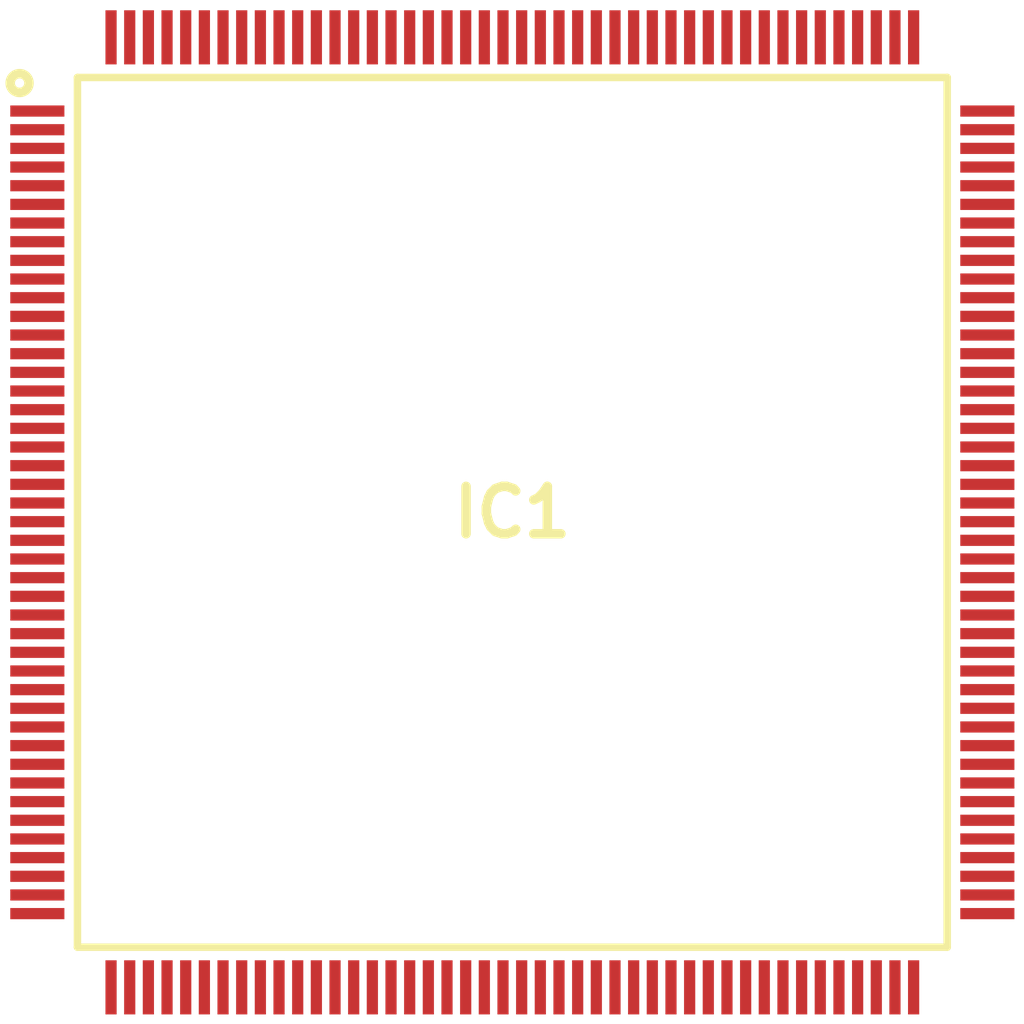
<source format=kicad_pcb>
(kicad_pcb (version 20171130) (host pcbnew "(5.1.10)-1")

  (general
    (thickness 1.6)
    (drawings 0)
    (tracks 0)
    (zones 0)
    (modules 1)
    (nets 177)
  )

  (page A4)
  (layers
    (0 F.Cu signal)
    (31 B.Cu signal)
    (32 B.Adhes user)
    (33 F.Adhes user)
    (34 B.Paste user)
    (35 F.Paste user)
    (36 B.SilkS user)
    (37 F.SilkS user)
    (38 B.Mask user)
    (39 F.Mask user)
    (40 Dwgs.User user)
    (41 Cmts.User user)
    (42 Eco1.User user)
    (43 Eco2.User user)
    (44 Edge.Cuts user)
    (45 Margin user)
    (46 B.CrtYd user)
    (47 F.CrtYd user)
    (48 B.Fab user)
    (49 F.Fab user)
  )

  (setup
    (last_trace_width 0.25)
    (trace_clearance 0.2)
    (zone_clearance 0.508)
    (zone_45_only no)
    (trace_min 0.2)
    (via_size 0.8)
    (via_drill 0.4)
    (via_min_size 0.4)
    (via_min_drill 0.3)
    (uvia_size 0.3)
    (uvia_drill 0.1)
    (uvias_allowed no)
    (uvia_min_size 0.2)
    (uvia_min_drill 0.1)
    (edge_width 0.05)
    (segment_width 0.2)
    (pcb_text_width 0.3)
    (pcb_text_size 1.5 1.5)
    (mod_edge_width 0.12)
    (mod_text_size 1 1)
    (mod_text_width 0.15)
    (pad_size 1.524 1.524)
    (pad_drill 0.762)
    (pad_to_mask_clearance 0)
    (aux_axis_origin 0 0)
    (visible_elements FFFFFF7F)
    (pcbplotparams
      (layerselection 0x010fc_ffffffff)
      (usegerberextensions false)
      (usegerberattributes true)
      (usegerberadvancedattributes true)
      (creategerberjobfile true)
      (excludeedgelayer true)
      (linewidth 0.100000)
      (plotframeref false)
      (viasonmask false)
      (mode 1)
      (useauxorigin false)
      (hpglpennumber 1)
      (hpglpenspeed 20)
      (hpglpendiameter 15.000000)
      (psnegative false)
      (psa4output false)
      (plotreference true)
      (plotvalue true)
      (plotinvisibletext false)
      (padsonsilk false)
      (subtractmaskfromsilk false)
      (outputformat 1)
      (mirror false)
      (drillshape 1)
      (scaleselection 1)
      (outputdirectory ""))
  )

  (net 0 "")
  (net 1 "Net-(IC1-Pad176)")
  (net 2 "Net-(IC1-Pad175)")
  (net 3 "Net-(IC1-Pad174)")
  (net 4 "Net-(IC1-Pad173)")
  (net 5 "Net-(IC1-Pad172)")
  (net 6 "Net-(IC1-Pad171)")
  (net 7 "Net-(IC1-Pad170)")
  (net 8 "Net-(IC1-Pad169)")
  (net 9 "Net-(IC1-Pad168)")
  (net 10 "Net-(IC1-Pad167)")
  (net 11 "Net-(IC1-Pad166)")
  (net 12 "Net-(IC1-Pad165)")
  (net 13 "Net-(IC1-Pad164)")
  (net 14 "Net-(IC1-Pad163)")
  (net 15 "Net-(IC1-Pad162)")
  (net 16 "Net-(IC1-Pad161)")
  (net 17 "Net-(IC1-Pad160)")
  (net 18 "Net-(IC1-Pad159)")
  (net 19 "Net-(IC1-Pad158)")
  (net 20 "Net-(IC1-Pad157)")
  (net 21 "Net-(IC1-Pad156)")
  (net 22 "Net-(IC1-Pad155)")
  (net 23 "Net-(IC1-Pad154)")
  (net 24 "Net-(IC1-Pad153)")
  (net 25 "Net-(IC1-Pad152)")
  (net 26 "Net-(IC1-Pad151)")
  (net 27 "Net-(IC1-Pad150)")
  (net 28 "Net-(IC1-Pad149)")
  (net 29 "Net-(IC1-Pad148)")
  (net 30 "Net-(IC1-Pad147)")
  (net 31 "Net-(IC1-Pad146)")
  (net 32 "Net-(IC1-Pad145)")
  (net 33 "Net-(IC1-Pad144)")
  (net 34 "Net-(IC1-Pad143)")
  (net 35 "Net-(IC1-Pad142)")
  (net 36 "Net-(IC1-Pad141)")
  (net 37 "Net-(IC1-Pad140)")
  (net 38 "Net-(IC1-Pad139)")
  (net 39 "Net-(IC1-Pad138)")
  (net 40 "Net-(IC1-Pad137)")
  (net 41 "Net-(IC1-Pad136)")
  (net 42 "Net-(IC1-Pad135)")
  (net 43 "Net-(IC1-Pad134)")
  (net 44 "Net-(IC1-Pad133)")
  (net 45 "Net-(IC1-Pad132)")
  (net 46 "Net-(IC1-Pad131)")
  (net 47 "Net-(IC1-Pad130)")
  (net 48 "Net-(IC1-Pad129)")
  (net 49 "Net-(IC1-Pad128)")
  (net 50 "Net-(IC1-Pad127)")
  (net 51 "Net-(IC1-Pad126)")
  (net 52 "Net-(IC1-Pad125)")
  (net 53 "Net-(IC1-Pad124)")
  (net 54 "Net-(IC1-Pad123)")
  (net 55 "Net-(IC1-Pad122)")
  (net 56 "Net-(IC1-Pad121)")
  (net 57 "Net-(IC1-Pad120)")
  (net 58 "Net-(IC1-Pad119)")
  (net 59 "Net-(IC1-Pad118)")
  (net 60 "Net-(IC1-Pad117)")
  (net 61 "Net-(IC1-Pad116)")
  (net 62 "Net-(IC1-Pad115)")
  (net 63 "Net-(IC1-Pad114)")
  (net 64 "Net-(IC1-Pad113)")
  (net 65 "Net-(IC1-Pad112)")
  (net 66 "Net-(IC1-Pad111)")
  (net 67 "Net-(IC1-Pad110)")
  (net 68 "Net-(IC1-Pad109)")
  (net 69 "Net-(IC1-Pad108)")
  (net 70 "Net-(IC1-Pad107)")
  (net 71 "Net-(IC1-Pad106)")
  (net 72 "Net-(IC1-Pad105)")
  (net 73 "Net-(IC1-Pad104)")
  (net 74 "Net-(IC1-Pad103)")
  (net 75 "Net-(IC1-Pad102)")
  (net 76 "Net-(IC1-Pad101)")
  (net 77 "Net-(IC1-Pad100)")
  (net 78 "Net-(IC1-Pad99)")
  (net 79 "Net-(IC1-Pad98)")
  (net 80 "Net-(IC1-Pad97)")
  (net 81 "Net-(IC1-Pad96)")
  (net 82 "Net-(IC1-Pad95)")
  (net 83 "Net-(IC1-Pad94)")
  (net 84 "Net-(IC1-Pad93)")
  (net 85 "Net-(IC1-Pad92)")
  (net 86 "Net-(IC1-Pad91)")
  (net 87 "Net-(IC1-Pad90)")
  (net 88 "Net-(IC1-Pad89)")
  (net 89 "Net-(IC1-Pad88)")
  (net 90 "Net-(IC1-Pad87)")
  (net 91 "Net-(IC1-Pad86)")
  (net 92 "Net-(IC1-Pad85)")
  (net 93 "Net-(IC1-Pad84)")
  (net 94 "Net-(IC1-Pad83)")
  (net 95 "Net-(IC1-Pad82)")
  (net 96 "Net-(IC1-Pad81)")
  (net 97 "Net-(IC1-Pad80)")
  (net 98 "Net-(IC1-Pad79)")
  (net 99 "Net-(IC1-Pad78)")
  (net 100 "Net-(IC1-Pad77)")
  (net 101 "Net-(IC1-Pad76)")
  (net 102 "Net-(IC1-Pad75)")
  (net 103 "Net-(IC1-Pad74)")
  (net 104 "Net-(IC1-Pad73)")
  (net 105 "Net-(IC1-Pad72)")
  (net 106 "Net-(IC1-Pad71)")
  (net 107 "Net-(IC1-Pad70)")
  (net 108 "Net-(IC1-Pad69)")
  (net 109 "Net-(IC1-Pad68)")
  (net 110 "Net-(IC1-Pad67)")
  (net 111 "Net-(IC1-Pad66)")
  (net 112 "Net-(IC1-Pad65)")
  (net 113 "Net-(IC1-Pad64)")
  (net 114 "Net-(IC1-Pad63)")
  (net 115 "Net-(IC1-Pad62)")
  (net 116 "Net-(IC1-Pad61)")
  (net 117 "Net-(IC1-Pad60)")
  (net 118 "Net-(IC1-Pad59)")
  (net 119 "Net-(IC1-Pad58)")
  (net 120 "Net-(IC1-Pad57)")
  (net 121 "Net-(IC1-Pad56)")
  (net 122 "Net-(IC1-Pad55)")
  (net 123 "Net-(IC1-Pad54)")
  (net 124 "Net-(IC1-Pad53)")
  (net 125 "Net-(IC1-Pad52)")
  (net 126 "Net-(IC1-Pad51)")
  (net 127 "Net-(IC1-Pad50)")
  (net 128 "Net-(IC1-Pad49)")
  (net 129 "Net-(IC1-Pad48)")
  (net 130 "Net-(IC1-Pad47)")
  (net 131 "Net-(IC1-Pad46)")
  (net 132 "Net-(IC1-Pad45)")
  (net 133 "Net-(IC1-Pad44)")
  (net 134 "Net-(IC1-Pad43)")
  (net 135 "Net-(IC1-Pad42)")
  (net 136 "Net-(IC1-Pad41)")
  (net 137 "Net-(IC1-Pad40)")
  (net 138 "Net-(IC1-Pad39)")
  (net 139 "Net-(IC1-Pad38)")
  (net 140 "Net-(IC1-Pad37)")
  (net 141 "Net-(IC1-Pad36)")
  (net 142 "Net-(IC1-Pad35)")
  (net 143 "Net-(IC1-Pad34)")
  (net 144 "Net-(IC1-Pad33)")
  (net 145 "Net-(IC1-Pad32)")
  (net 146 "Net-(IC1-Pad31)")
  (net 147 "Net-(IC1-Pad30)")
  (net 148 "Net-(IC1-Pad29)")
  (net 149 "Net-(IC1-Pad28)")
  (net 150 "Net-(IC1-Pad27)")
  (net 151 "Net-(IC1-Pad26)")
  (net 152 "Net-(IC1-Pad25)")
  (net 153 "Net-(IC1-Pad24)")
  (net 154 "Net-(IC1-Pad23)")
  (net 155 "Net-(IC1-Pad22)")
  (net 156 "Net-(IC1-Pad21)")
  (net 157 "Net-(IC1-Pad20)")
  (net 158 "Net-(IC1-Pad19)")
  (net 159 "Net-(IC1-Pad18)")
  (net 160 "Net-(IC1-Pad17)")
  (net 161 "Net-(IC1-Pad16)")
  (net 162 "Net-(IC1-Pad15)")
  (net 163 "Net-(IC1-Pad14)")
  (net 164 "Net-(IC1-Pad13)")
  (net 165 "Net-(IC1-Pad12)")
  (net 166 "Net-(IC1-Pad11)")
  (net 167 "Net-(IC1-Pad10)")
  (net 168 "Net-(IC1-Pad9)")
  (net 169 "Net-(IC1-Pad8)")
  (net 170 "Net-(IC1-Pad7)")
  (net 171 "Net-(IC1-Pad6)")
  (net 172 "Net-(IC1-Pad5)")
  (net 173 "Net-(IC1-Pad4)")
  (net 174 "Net-(IC1-Pad3)")
  (net 175 "Net-(IC1-Pad2)")
  (net 176 "Net-(IC1-Pad1)")

  (net_class Default "This is the default net class."
    (clearance 0.2)
    (trace_width 0.25)
    (via_dia 0.8)
    (via_drill 0.4)
    (uvia_dia 0.3)
    (uvia_drill 0.1)
    (add_net "Net-(IC1-Pad1)")
    (add_net "Net-(IC1-Pad10)")
    (add_net "Net-(IC1-Pad100)")
    (add_net "Net-(IC1-Pad101)")
    (add_net "Net-(IC1-Pad102)")
    (add_net "Net-(IC1-Pad103)")
    (add_net "Net-(IC1-Pad104)")
    (add_net "Net-(IC1-Pad105)")
    (add_net "Net-(IC1-Pad106)")
    (add_net "Net-(IC1-Pad107)")
    (add_net "Net-(IC1-Pad108)")
    (add_net "Net-(IC1-Pad109)")
    (add_net "Net-(IC1-Pad11)")
    (add_net "Net-(IC1-Pad110)")
    (add_net "Net-(IC1-Pad111)")
    (add_net "Net-(IC1-Pad112)")
    (add_net "Net-(IC1-Pad113)")
    (add_net "Net-(IC1-Pad114)")
    (add_net "Net-(IC1-Pad115)")
    (add_net "Net-(IC1-Pad116)")
    (add_net "Net-(IC1-Pad117)")
    (add_net "Net-(IC1-Pad118)")
    (add_net "Net-(IC1-Pad119)")
    (add_net "Net-(IC1-Pad12)")
    (add_net "Net-(IC1-Pad120)")
    (add_net "Net-(IC1-Pad121)")
    (add_net "Net-(IC1-Pad122)")
    (add_net "Net-(IC1-Pad123)")
    (add_net "Net-(IC1-Pad124)")
    (add_net "Net-(IC1-Pad125)")
    (add_net "Net-(IC1-Pad126)")
    (add_net "Net-(IC1-Pad127)")
    (add_net "Net-(IC1-Pad128)")
    (add_net "Net-(IC1-Pad129)")
    (add_net "Net-(IC1-Pad13)")
    (add_net "Net-(IC1-Pad130)")
    (add_net "Net-(IC1-Pad131)")
    (add_net "Net-(IC1-Pad132)")
    (add_net "Net-(IC1-Pad133)")
    (add_net "Net-(IC1-Pad134)")
    (add_net "Net-(IC1-Pad135)")
    (add_net "Net-(IC1-Pad136)")
    (add_net "Net-(IC1-Pad137)")
    (add_net "Net-(IC1-Pad138)")
    (add_net "Net-(IC1-Pad139)")
    (add_net "Net-(IC1-Pad14)")
    (add_net "Net-(IC1-Pad140)")
    (add_net "Net-(IC1-Pad141)")
    (add_net "Net-(IC1-Pad142)")
    (add_net "Net-(IC1-Pad143)")
    (add_net "Net-(IC1-Pad144)")
    (add_net "Net-(IC1-Pad145)")
    (add_net "Net-(IC1-Pad146)")
    (add_net "Net-(IC1-Pad147)")
    (add_net "Net-(IC1-Pad148)")
    (add_net "Net-(IC1-Pad149)")
    (add_net "Net-(IC1-Pad15)")
    (add_net "Net-(IC1-Pad150)")
    (add_net "Net-(IC1-Pad151)")
    (add_net "Net-(IC1-Pad152)")
    (add_net "Net-(IC1-Pad153)")
    (add_net "Net-(IC1-Pad154)")
    (add_net "Net-(IC1-Pad155)")
    (add_net "Net-(IC1-Pad156)")
    (add_net "Net-(IC1-Pad157)")
    (add_net "Net-(IC1-Pad158)")
    (add_net "Net-(IC1-Pad159)")
    (add_net "Net-(IC1-Pad16)")
    (add_net "Net-(IC1-Pad160)")
    (add_net "Net-(IC1-Pad161)")
    (add_net "Net-(IC1-Pad162)")
    (add_net "Net-(IC1-Pad163)")
    (add_net "Net-(IC1-Pad164)")
    (add_net "Net-(IC1-Pad165)")
    (add_net "Net-(IC1-Pad166)")
    (add_net "Net-(IC1-Pad167)")
    (add_net "Net-(IC1-Pad168)")
    (add_net "Net-(IC1-Pad169)")
    (add_net "Net-(IC1-Pad17)")
    (add_net "Net-(IC1-Pad170)")
    (add_net "Net-(IC1-Pad171)")
    (add_net "Net-(IC1-Pad172)")
    (add_net "Net-(IC1-Pad173)")
    (add_net "Net-(IC1-Pad174)")
    (add_net "Net-(IC1-Pad175)")
    (add_net "Net-(IC1-Pad176)")
    (add_net "Net-(IC1-Pad18)")
    (add_net "Net-(IC1-Pad19)")
    (add_net "Net-(IC1-Pad2)")
    (add_net "Net-(IC1-Pad20)")
    (add_net "Net-(IC1-Pad21)")
    (add_net "Net-(IC1-Pad22)")
    (add_net "Net-(IC1-Pad23)")
    (add_net "Net-(IC1-Pad24)")
    (add_net "Net-(IC1-Pad25)")
    (add_net "Net-(IC1-Pad26)")
    (add_net "Net-(IC1-Pad27)")
    (add_net "Net-(IC1-Pad28)")
    (add_net "Net-(IC1-Pad29)")
    (add_net "Net-(IC1-Pad3)")
    (add_net "Net-(IC1-Pad30)")
    (add_net "Net-(IC1-Pad31)")
    (add_net "Net-(IC1-Pad32)")
    (add_net "Net-(IC1-Pad33)")
    (add_net "Net-(IC1-Pad34)")
    (add_net "Net-(IC1-Pad35)")
    (add_net "Net-(IC1-Pad36)")
    (add_net "Net-(IC1-Pad37)")
    (add_net "Net-(IC1-Pad38)")
    (add_net "Net-(IC1-Pad39)")
    (add_net "Net-(IC1-Pad4)")
    (add_net "Net-(IC1-Pad40)")
    (add_net "Net-(IC1-Pad41)")
    (add_net "Net-(IC1-Pad42)")
    (add_net "Net-(IC1-Pad43)")
    (add_net "Net-(IC1-Pad44)")
    (add_net "Net-(IC1-Pad45)")
    (add_net "Net-(IC1-Pad46)")
    (add_net "Net-(IC1-Pad47)")
    (add_net "Net-(IC1-Pad48)")
    (add_net "Net-(IC1-Pad49)")
    (add_net "Net-(IC1-Pad5)")
    (add_net "Net-(IC1-Pad50)")
    (add_net "Net-(IC1-Pad51)")
    (add_net "Net-(IC1-Pad52)")
    (add_net "Net-(IC1-Pad53)")
    (add_net "Net-(IC1-Pad54)")
    (add_net "Net-(IC1-Pad55)")
    (add_net "Net-(IC1-Pad56)")
    (add_net "Net-(IC1-Pad57)")
    (add_net "Net-(IC1-Pad58)")
    (add_net "Net-(IC1-Pad59)")
    (add_net "Net-(IC1-Pad6)")
    (add_net "Net-(IC1-Pad60)")
    (add_net "Net-(IC1-Pad61)")
    (add_net "Net-(IC1-Pad62)")
    (add_net "Net-(IC1-Pad63)")
    (add_net "Net-(IC1-Pad64)")
    (add_net "Net-(IC1-Pad65)")
    (add_net "Net-(IC1-Pad66)")
    (add_net "Net-(IC1-Pad67)")
    (add_net "Net-(IC1-Pad68)")
    (add_net "Net-(IC1-Pad69)")
    (add_net "Net-(IC1-Pad7)")
    (add_net "Net-(IC1-Pad70)")
    (add_net "Net-(IC1-Pad71)")
    (add_net "Net-(IC1-Pad72)")
    (add_net "Net-(IC1-Pad73)")
    (add_net "Net-(IC1-Pad74)")
    (add_net "Net-(IC1-Pad75)")
    (add_net "Net-(IC1-Pad76)")
    (add_net "Net-(IC1-Pad77)")
    (add_net "Net-(IC1-Pad78)")
    (add_net "Net-(IC1-Pad79)")
    (add_net "Net-(IC1-Pad8)")
    (add_net "Net-(IC1-Pad80)")
    (add_net "Net-(IC1-Pad81)")
    (add_net "Net-(IC1-Pad82)")
    (add_net "Net-(IC1-Pad83)")
    (add_net "Net-(IC1-Pad84)")
    (add_net "Net-(IC1-Pad85)")
    (add_net "Net-(IC1-Pad86)")
    (add_net "Net-(IC1-Pad87)")
    (add_net "Net-(IC1-Pad88)")
    (add_net "Net-(IC1-Pad89)")
    (add_net "Net-(IC1-Pad9)")
    (add_net "Net-(IC1-Pad90)")
    (add_net "Net-(IC1-Pad91)")
    (add_net "Net-(IC1-Pad92)")
    (add_net "Net-(IC1-Pad93)")
    (add_net "Net-(IC1-Pad94)")
    (add_net "Net-(IC1-Pad95)")
    (add_net "Net-(IC1-Pad96)")
    (add_net "Net-(IC1-Pad97)")
    (add_net "Net-(IC1-Pad98)")
    (add_net "Net-(IC1-Pad99)")
  )

  (module STM32H747IGT6:QFP50P2600X2600X160-176N (layer F.Cu) (tedit 612BE369) (tstamp 612C43F0)
    (at 97.917 74.93)
    (descr LQFP176)
    (tags "Integrated Circuit")
    (path /612BE771)
    (attr smd)
    (fp_text reference IC1 (at 0 0) (layer F.SilkS)
      (effects (font (size 1.27 1.27) (thickness 0.254)))
    )
    (fp_text value STM32H747IGT6 (at 0 0) (layer F.SilkS) hide
      (effects (font (size 1.27 1.27) (thickness 0.254)))
    )
    (fp_circle (center -13.2 -11.5) (end -13.325 -11.5) (layer F.SilkS) (width 0.254))
    (fp_line (start -11.65 11.65) (end -11.65 -11.65) (layer F.SilkS) (width 0.2))
    (fp_line (start 11.65 11.65) (end -11.65 11.65) (layer F.SilkS) (width 0.2))
    (fp_line (start 11.65 -11.65) (end 11.65 11.65) (layer F.SilkS) (width 0.2))
    (fp_line (start -11.65 -11.65) (end 11.65 -11.65) (layer F.SilkS) (width 0.2))
    (fp_line (start -12 -11.5) (end -11.5 -12) (layer Dwgs.User) (width 0.1))
    (fp_line (start -12 12) (end -12 -12) (layer Dwgs.User) (width 0.1))
    (fp_line (start 12 12) (end -12 12) (layer Dwgs.User) (width 0.1))
    (fp_line (start 12 -12) (end 12 12) (layer Dwgs.User) (width 0.1))
    (fp_line (start -12 -12) (end 12 -12) (layer Dwgs.User) (width 0.1))
    (fp_line (start -13.7 13.7) (end -13.7 -13.7) (layer Dwgs.User) (width 0.05))
    (fp_line (start 13.7 13.7) (end -13.7 13.7) (layer Dwgs.User) (width 0.05))
    (fp_line (start 13.7 -13.7) (end 13.7 13.7) (layer Dwgs.User) (width 0.05))
    (fp_line (start -13.7 -13.7) (end 13.7 -13.7) (layer Dwgs.User) (width 0.05))
    (pad 176 smd rect (at -10.75 -12.725) (size 0.3 1.45) (layers F.Cu F.Paste F.Mask)
      (net 1 "Net-(IC1-Pad176)"))
    (pad 175 smd rect (at -10.25 -12.725) (size 0.3 1.45) (layers F.Cu F.Paste F.Mask)
      (net 2 "Net-(IC1-Pad175)"))
    (pad 174 smd rect (at -9.75 -12.725) (size 0.3 1.45) (layers F.Cu F.Paste F.Mask)
      (net 3 "Net-(IC1-Pad174)"))
    (pad 173 smd rect (at -9.25 -12.725) (size 0.3 1.45) (layers F.Cu F.Paste F.Mask)
      (net 4 "Net-(IC1-Pad173)"))
    (pad 172 smd rect (at -8.75 -12.725) (size 0.3 1.45) (layers F.Cu F.Paste F.Mask)
      (net 5 "Net-(IC1-Pad172)"))
    (pad 171 smd rect (at -8.25 -12.725) (size 0.3 1.45) (layers F.Cu F.Paste F.Mask)
      (net 6 "Net-(IC1-Pad171)"))
    (pad 170 smd rect (at -7.75 -12.725) (size 0.3 1.45) (layers F.Cu F.Paste F.Mask)
      (net 7 "Net-(IC1-Pad170)"))
    (pad 169 smd rect (at -7.25 -12.725) (size 0.3 1.45) (layers F.Cu F.Paste F.Mask)
      (net 8 "Net-(IC1-Pad169)"))
    (pad 168 smd rect (at -6.75 -12.725) (size 0.3 1.45) (layers F.Cu F.Paste F.Mask)
      (net 9 "Net-(IC1-Pad168)"))
    (pad 167 smd rect (at -6.25 -12.725) (size 0.3 1.45) (layers F.Cu F.Paste F.Mask)
      (net 10 "Net-(IC1-Pad167)"))
    (pad 166 smd rect (at -5.75 -12.725) (size 0.3 1.45) (layers F.Cu F.Paste F.Mask)
      (net 11 "Net-(IC1-Pad166)"))
    (pad 165 smd rect (at -5.25 -12.725) (size 0.3 1.45) (layers F.Cu F.Paste F.Mask)
      (net 12 "Net-(IC1-Pad165)"))
    (pad 164 smd rect (at -4.75 -12.725) (size 0.3 1.45) (layers F.Cu F.Paste F.Mask)
      (net 13 "Net-(IC1-Pad164)"))
    (pad 163 smd rect (at -4.25 -12.725) (size 0.3 1.45) (layers F.Cu F.Paste F.Mask)
      (net 14 "Net-(IC1-Pad163)"))
    (pad 162 smd rect (at -3.75 -12.725) (size 0.3 1.45) (layers F.Cu F.Paste F.Mask)
      (net 15 "Net-(IC1-Pad162)"))
    (pad 161 smd rect (at -3.25 -12.725) (size 0.3 1.45) (layers F.Cu F.Paste F.Mask)
      (net 16 "Net-(IC1-Pad161)"))
    (pad 160 smd rect (at -2.75 -12.725) (size 0.3 1.45) (layers F.Cu F.Paste F.Mask)
      (net 17 "Net-(IC1-Pad160)"))
    (pad 159 smd rect (at -2.25 -12.725) (size 0.3 1.45) (layers F.Cu F.Paste F.Mask)
      (net 18 "Net-(IC1-Pad159)"))
    (pad 158 smd rect (at -1.75 -12.725) (size 0.3 1.45) (layers F.Cu F.Paste F.Mask)
      (net 19 "Net-(IC1-Pad158)"))
    (pad 157 smd rect (at -1.25 -12.725) (size 0.3 1.45) (layers F.Cu F.Paste F.Mask)
      (net 20 "Net-(IC1-Pad157)"))
    (pad 156 smd rect (at -0.75 -12.725) (size 0.3 1.45) (layers F.Cu F.Paste F.Mask)
      (net 21 "Net-(IC1-Pad156)"))
    (pad 155 smd rect (at -0.25 -12.725) (size 0.3 1.45) (layers F.Cu F.Paste F.Mask)
      (net 22 "Net-(IC1-Pad155)"))
    (pad 154 smd rect (at 0.25 -12.725) (size 0.3 1.45) (layers F.Cu F.Paste F.Mask)
      (net 23 "Net-(IC1-Pad154)"))
    (pad 153 smd rect (at 0.75 -12.725) (size 0.3 1.45) (layers F.Cu F.Paste F.Mask)
      (net 24 "Net-(IC1-Pad153)"))
    (pad 152 smd rect (at 1.25 -12.725) (size 0.3 1.45) (layers F.Cu F.Paste F.Mask)
      (net 25 "Net-(IC1-Pad152)"))
    (pad 151 smd rect (at 1.75 -12.725) (size 0.3 1.45) (layers F.Cu F.Paste F.Mask)
      (net 26 "Net-(IC1-Pad151)"))
    (pad 150 smd rect (at 2.25 -12.725) (size 0.3 1.45) (layers F.Cu F.Paste F.Mask)
      (net 27 "Net-(IC1-Pad150)"))
    (pad 149 smd rect (at 2.75 -12.725) (size 0.3 1.45) (layers F.Cu F.Paste F.Mask)
      (net 28 "Net-(IC1-Pad149)"))
    (pad 148 smd rect (at 3.25 -12.725) (size 0.3 1.45) (layers F.Cu F.Paste F.Mask)
      (net 29 "Net-(IC1-Pad148)"))
    (pad 147 smd rect (at 3.75 -12.725) (size 0.3 1.45) (layers F.Cu F.Paste F.Mask)
      (net 30 "Net-(IC1-Pad147)"))
    (pad 146 smd rect (at 4.25 -12.725) (size 0.3 1.45) (layers F.Cu F.Paste F.Mask)
      (net 31 "Net-(IC1-Pad146)"))
    (pad 145 smd rect (at 4.75 -12.725) (size 0.3 1.45) (layers F.Cu F.Paste F.Mask)
      (net 32 "Net-(IC1-Pad145)"))
    (pad 144 smd rect (at 5.25 -12.725) (size 0.3 1.45) (layers F.Cu F.Paste F.Mask)
      (net 33 "Net-(IC1-Pad144)"))
    (pad 143 smd rect (at 5.75 -12.725) (size 0.3 1.45) (layers F.Cu F.Paste F.Mask)
      (net 34 "Net-(IC1-Pad143)"))
    (pad 142 smd rect (at 6.25 -12.725) (size 0.3 1.45) (layers F.Cu F.Paste F.Mask)
      (net 35 "Net-(IC1-Pad142)"))
    (pad 141 smd rect (at 6.75 -12.725) (size 0.3 1.45) (layers F.Cu F.Paste F.Mask)
      (net 36 "Net-(IC1-Pad141)"))
    (pad 140 smd rect (at 7.25 -12.725) (size 0.3 1.45) (layers F.Cu F.Paste F.Mask)
      (net 37 "Net-(IC1-Pad140)"))
    (pad 139 smd rect (at 7.75 -12.725) (size 0.3 1.45) (layers F.Cu F.Paste F.Mask)
      (net 38 "Net-(IC1-Pad139)"))
    (pad 138 smd rect (at 8.25 -12.725) (size 0.3 1.45) (layers F.Cu F.Paste F.Mask)
      (net 39 "Net-(IC1-Pad138)"))
    (pad 137 smd rect (at 8.75 -12.725) (size 0.3 1.45) (layers F.Cu F.Paste F.Mask)
      (net 40 "Net-(IC1-Pad137)"))
    (pad 136 smd rect (at 9.25 -12.725) (size 0.3 1.45) (layers F.Cu F.Paste F.Mask)
      (net 41 "Net-(IC1-Pad136)"))
    (pad 135 smd rect (at 9.75 -12.725) (size 0.3 1.45) (layers F.Cu F.Paste F.Mask)
      (net 42 "Net-(IC1-Pad135)"))
    (pad 134 smd rect (at 10.25 -12.725) (size 0.3 1.45) (layers F.Cu F.Paste F.Mask)
      (net 43 "Net-(IC1-Pad134)"))
    (pad 133 smd rect (at 10.75 -12.725) (size 0.3 1.45) (layers F.Cu F.Paste F.Mask)
      (net 44 "Net-(IC1-Pad133)"))
    (pad 132 smd rect (at 12.725 -10.75 90) (size 0.3 1.45) (layers F.Cu F.Paste F.Mask)
      (net 45 "Net-(IC1-Pad132)"))
    (pad 131 smd rect (at 12.725 -10.25 90) (size 0.3 1.45) (layers F.Cu F.Paste F.Mask)
      (net 46 "Net-(IC1-Pad131)"))
    (pad 130 smd rect (at 12.725 -9.75 90) (size 0.3 1.45) (layers F.Cu F.Paste F.Mask)
      (net 47 "Net-(IC1-Pad130)"))
    (pad 129 smd rect (at 12.725 -9.25 90) (size 0.3 1.45) (layers F.Cu F.Paste F.Mask)
      (net 48 "Net-(IC1-Pad129)"))
    (pad 128 smd rect (at 12.725 -8.75 90) (size 0.3 1.45) (layers F.Cu F.Paste F.Mask)
      (net 49 "Net-(IC1-Pad128)"))
    (pad 127 smd rect (at 12.725 -8.25 90) (size 0.3 1.45) (layers F.Cu F.Paste F.Mask)
      (net 50 "Net-(IC1-Pad127)"))
    (pad 126 smd rect (at 12.725 -7.75 90) (size 0.3 1.45) (layers F.Cu F.Paste F.Mask)
      (net 51 "Net-(IC1-Pad126)"))
    (pad 125 smd rect (at 12.725 -7.25 90) (size 0.3 1.45) (layers F.Cu F.Paste F.Mask)
      (net 52 "Net-(IC1-Pad125)"))
    (pad 124 smd rect (at 12.725 -6.75 90) (size 0.3 1.45) (layers F.Cu F.Paste F.Mask)
      (net 53 "Net-(IC1-Pad124)"))
    (pad 123 smd rect (at 12.725 -6.25 90) (size 0.3 1.45) (layers F.Cu F.Paste F.Mask)
      (net 54 "Net-(IC1-Pad123)"))
    (pad 122 smd rect (at 12.725 -5.75 90) (size 0.3 1.45) (layers F.Cu F.Paste F.Mask)
      (net 55 "Net-(IC1-Pad122)"))
    (pad 121 smd rect (at 12.725 -5.25 90) (size 0.3 1.45) (layers F.Cu F.Paste F.Mask)
      (net 56 "Net-(IC1-Pad121)"))
    (pad 120 smd rect (at 12.725 -4.75 90) (size 0.3 1.45) (layers F.Cu F.Paste F.Mask)
      (net 57 "Net-(IC1-Pad120)"))
    (pad 119 smd rect (at 12.725 -4.25 90) (size 0.3 1.45) (layers F.Cu F.Paste F.Mask)
      (net 58 "Net-(IC1-Pad119)"))
    (pad 118 smd rect (at 12.725 -3.75 90) (size 0.3 1.45) (layers F.Cu F.Paste F.Mask)
      (net 59 "Net-(IC1-Pad118)"))
    (pad 117 smd rect (at 12.725 -3.25 90) (size 0.3 1.45) (layers F.Cu F.Paste F.Mask)
      (net 60 "Net-(IC1-Pad117)"))
    (pad 116 smd rect (at 12.725 -2.75 90) (size 0.3 1.45) (layers F.Cu F.Paste F.Mask)
      (net 61 "Net-(IC1-Pad116)"))
    (pad 115 smd rect (at 12.725 -2.25 90) (size 0.3 1.45) (layers F.Cu F.Paste F.Mask)
      (net 62 "Net-(IC1-Pad115)"))
    (pad 114 smd rect (at 12.725 -1.75 90) (size 0.3 1.45) (layers F.Cu F.Paste F.Mask)
      (net 63 "Net-(IC1-Pad114)"))
    (pad 113 smd rect (at 12.725 -1.25 90) (size 0.3 1.45) (layers F.Cu F.Paste F.Mask)
      (net 64 "Net-(IC1-Pad113)"))
    (pad 112 smd rect (at 12.725 -0.75 90) (size 0.3 1.45) (layers F.Cu F.Paste F.Mask)
      (net 65 "Net-(IC1-Pad112)"))
    (pad 111 smd rect (at 12.725 -0.25 90) (size 0.3 1.45) (layers F.Cu F.Paste F.Mask)
      (net 66 "Net-(IC1-Pad111)"))
    (pad 110 smd rect (at 12.725 0.25 90) (size 0.3 1.45) (layers F.Cu F.Paste F.Mask)
      (net 67 "Net-(IC1-Pad110)"))
    (pad 109 smd rect (at 12.725 0.75 90) (size 0.3 1.45) (layers F.Cu F.Paste F.Mask)
      (net 68 "Net-(IC1-Pad109)"))
    (pad 108 smd rect (at 12.725 1.25 90) (size 0.3 1.45) (layers F.Cu F.Paste F.Mask)
      (net 69 "Net-(IC1-Pad108)"))
    (pad 107 smd rect (at 12.725 1.75 90) (size 0.3 1.45) (layers F.Cu F.Paste F.Mask)
      (net 70 "Net-(IC1-Pad107)"))
    (pad 106 smd rect (at 12.725 2.25 90) (size 0.3 1.45) (layers F.Cu F.Paste F.Mask)
      (net 71 "Net-(IC1-Pad106)"))
    (pad 105 smd rect (at 12.725 2.75 90) (size 0.3 1.45) (layers F.Cu F.Paste F.Mask)
      (net 72 "Net-(IC1-Pad105)"))
    (pad 104 smd rect (at 12.725 3.25 90) (size 0.3 1.45) (layers F.Cu F.Paste F.Mask)
      (net 73 "Net-(IC1-Pad104)"))
    (pad 103 smd rect (at 12.725 3.75 90) (size 0.3 1.45) (layers F.Cu F.Paste F.Mask)
      (net 74 "Net-(IC1-Pad103)"))
    (pad 102 smd rect (at 12.725 4.25 90) (size 0.3 1.45) (layers F.Cu F.Paste F.Mask)
      (net 75 "Net-(IC1-Pad102)"))
    (pad 101 smd rect (at 12.725 4.75 90) (size 0.3 1.45) (layers F.Cu F.Paste F.Mask)
      (net 76 "Net-(IC1-Pad101)"))
    (pad 100 smd rect (at 12.725 5.25 90) (size 0.3 1.45) (layers F.Cu F.Paste F.Mask)
      (net 77 "Net-(IC1-Pad100)"))
    (pad 99 smd rect (at 12.725 5.75 90) (size 0.3 1.45) (layers F.Cu F.Paste F.Mask)
      (net 78 "Net-(IC1-Pad99)"))
    (pad 98 smd rect (at 12.725 6.25 90) (size 0.3 1.45) (layers F.Cu F.Paste F.Mask)
      (net 79 "Net-(IC1-Pad98)"))
    (pad 97 smd rect (at 12.725 6.75 90) (size 0.3 1.45) (layers F.Cu F.Paste F.Mask)
      (net 80 "Net-(IC1-Pad97)"))
    (pad 96 smd rect (at 12.725 7.25 90) (size 0.3 1.45) (layers F.Cu F.Paste F.Mask)
      (net 81 "Net-(IC1-Pad96)"))
    (pad 95 smd rect (at 12.725 7.75 90) (size 0.3 1.45) (layers F.Cu F.Paste F.Mask)
      (net 82 "Net-(IC1-Pad95)"))
    (pad 94 smd rect (at 12.725 8.25 90) (size 0.3 1.45) (layers F.Cu F.Paste F.Mask)
      (net 83 "Net-(IC1-Pad94)"))
    (pad 93 smd rect (at 12.725 8.75 90) (size 0.3 1.45) (layers F.Cu F.Paste F.Mask)
      (net 84 "Net-(IC1-Pad93)"))
    (pad 92 smd rect (at 12.725 9.25 90) (size 0.3 1.45) (layers F.Cu F.Paste F.Mask)
      (net 85 "Net-(IC1-Pad92)"))
    (pad 91 smd rect (at 12.725 9.75 90) (size 0.3 1.45) (layers F.Cu F.Paste F.Mask)
      (net 86 "Net-(IC1-Pad91)"))
    (pad 90 smd rect (at 12.725 10.25 90) (size 0.3 1.45) (layers F.Cu F.Paste F.Mask)
      (net 87 "Net-(IC1-Pad90)"))
    (pad 89 smd rect (at 12.725 10.75 90) (size 0.3 1.45) (layers F.Cu F.Paste F.Mask)
      (net 88 "Net-(IC1-Pad89)"))
    (pad 88 smd rect (at 10.75 12.725) (size 0.3 1.45) (layers F.Cu F.Paste F.Mask)
      (net 89 "Net-(IC1-Pad88)"))
    (pad 87 smd rect (at 10.25 12.725) (size 0.3 1.45) (layers F.Cu F.Paste F.Mask)
      (net 90 "Net-(IC1-Pad87)"))
    (pad 86 smd rect (at 9.75 12.725) (size 0.3 1.45) (layers F.Cu F.Paste F.Mask)
      (net 91 "Net-(IC1-Pad86)"))
    (pad 85 smd rect (at 9.25 12.725) (size 0.3 1.45) (layers F.Cu F.Paste F.Mask)
      (net 92 "Net-(IC1-Pad85)"))
    (pad 84 smd rect (at 8.75 12.725) (size 0.3 1.45) (layers F.Cu F.Paste F.Mask)
      (net 93 "Net-(IC1-Pad84)"))
    (pad 83 smd rect (at 8.25 12.725) (size 0.3 1.45) (layers F.Cu F.Paste F.Mask)
      (net 94 "Net-(IC1-Pad83)"))
    (pad 82 smd rect (at 7.75 12.725) (size 0.3 1.45) (layers F.Cu F.Paste F.Mask)
      (net 95 "Net-(IC1-Pad82)"))
    (pad 81 smd rect (at 7.25 12.725) (size 0.3 1.45) (layers F.Cu F.Paste F.Mask)
      (net 96 "Net-(IC1-Pad81)"))
    (pad 80 smd rect (at 6.75 12.725) (size 0.3 1.45) (layers F.Cu F.Paste F.Mask)
      (net 97 "Net-(IC1-Pad80)"))
    (pad 79 smd rect (at 6.25 12.725) (size 0.3 1.45) (layers F.Cu F.Paste F.Mask)
      (net 98 "Net-(IC1-Pad79)"))
    (pad 78 smd rect (at 5.75 12.725) (size 0.3 1.45) (layers F.Cu F.Paste F.Mask)
      (net 99 "Net-(IC1-Pad78)"))
    (pad 77 smd rect (at 5.25 12.725) (size 0.3 1.45) (layers F.Cu F.Paste F.Mask)
      (net 100 "Net-(IC1-Pad77)"))
    (pad 76 smd rect (at 4.75 12.725) (size 0.3 1.45) (layers F.Cu F.Paste F.Mask)
      (net 101 "Net-(IC1-Pad76)"))
    (pad 75 smd rect (at 4.25 12.725) (size 0.3 1.45) (layers F.Cu F.Paste F.Mask)
      (net 102 "Net-(IC1-Pad75)"))
    (pad 74 smd rect (at 3.75 12.725) (size 0.3 1.45) (layers F.Cu F.Paste F.Mask)
      (net 103 "Net-(IC1-Pad74)"))
    (pad 73 smd rect (at 3.25 12.725) (size 0.3 1.45) (layers F.Cu F.Paste F.Mask)
      (net 104 "Net-(IC1-Pad73)"))
    (pad 72 smd rect (at 2.75 12.725) (size 0.3 1.45) (layers F.Cu F.Paste F.Mask)
      (net 105 "Net-(IC1-Pad72)"))
    (pad 71 smd rect (at 2.25 12.725) (size 0.3 1.45) (layers F.Cu F.Paste F.Mask)
      (net 106 "Net-(IC1-Pad71)"))
    (pad 70 smd rect (at 1.75 12.725) (size 0.3 1.45) (layers F.Cu F.Paste F.Mask)
      (net 107 "Net-(IC1-Pad70)"))
    (pad 69 smd rect (at 1.25 12.725) (size 0.3 1.45) (layers F.Cu F.Paste F.Mask)
      (net 108 "Net-(IC1-Pad69)"))
    (pad 68 smd rect (at 0.75 12.725) (size 0.3 1.45) (layers F.Cu F.Paste F.Mask)
      (net 109 "Net-(IC1-Pad68)"))
    (pad 67 smd rect (at 0.25 12.725) (size 0.3 1.45) (layers F.Cu F.Paste F.Mask)
      (net 110 "Net-(IC1-Pad67)"))
    (pad 66 smd rect (at -0.25 12.725) (size 0.3 1.45) (layers F.Cu F.Paste F.Mask)
      (net 111 "Net-(IC1-Pad66)"))
    (pad 65 smd rect (at -0.75 12.725) (size 0.3 1.45) (layers F.Cu F.Paste F.Mask)
      (net 112 "Net-(IC1-Pad65)"))
    (pad 64 smd rect (at -1.25 12.725) (size 0.3 1.45) (layers F.Cu F.Paste F.Mask)
      (net 113 "Net-(IC1-Pad64)"))
    (pad 63 smd rect (at -1.75 12.725) (size 0.3 1.45) (layers F.Cu F.Paste F.Mask)
      (net 114 "Net-(IC1-Pad63)"))
    (pad 62 smd rect (at -2.25 12.725) (size 0.3 1.45) (layers F.Cu F.Paste F.Mask)
      (net 115 "Net-(IC1-Pad62)"))
    (pad 61 smd rect (at -2.75 12.725) (size 0.3 1.45) (layers F.Cu F.Paste F.Mask)
      (net 116 "Net-(IC1-Pad61)"))
    (pad 60 smd rect (at -3.25 12.725) (size 0.3 1.45) (layers F.Cu F.Paste F.Mask)
      (net 117 "Net-(IC1-Pad60)"))
    (pad 59 smd rect (at -3.75 12.725) (size 0.3 1.45) (layers F.Cu F.Paste F.Mask)
      (net 118 "Net-(IC1-Pad59)"))
    (pad 58 smd rect (at -4.25 12.725) (size 0.3 1.45) (layers F.Cu F.Paste F.Mask)
      (net 119 "Net-(IC1-Pad58)"))
    (pad 57 smd rect (at -4.75 12.725) (size 0.3 1.45) (layers F.Cu F.Paste F.Mask)
      (net 120 "Net-(IC1-Pad57)"))
    (pad 56 smd rect (at -5.25 12.725) (size 0.3 1.45) (layers F.Cu F.Paste F.Mask)
      (net 121 "Net-(IC1-Pad56)"))
    (pad 55 smd rect (at -5.75 12.725) (size 0.3 1.45) (layers F.Cu F.Paste F.Mask)
      (net 122 "Net-(IC1-Pad55)"))
    (pad 54 smd rect (at -6.25 12.725) (size 0.3 1.45) (layers F.Cu F.Paste F.Mask)
      (net 123 "Net-(IC1-Pad54)"))
    (pad 53 smd rect (at -6.75 12.725) (size 0.3 1.45) (layers F.Cu F.Paste F.Mask)
      (net 124 "Net-(IC1-Pad53)"))
    (pad 52 smd rect (at -7.25 12.725) (size 0.3 1.45) (layers F.Cu F.Paste F.Mask)
      (net 125 "Net-(IC1-Pad52)"))
    (pad 51 smd rect (at -7.75 12.725) (size 0.3 1.45) (layers F.Cu F.Paste F.Mask)
      (net 126 "Net-(IC1-Pad51)"))
    (pad 50 smd rect (at -8.25 12.725) (size 0.3 1.45) (layers F.Cu F.Paste F.Mask)
      (net 127 "Net-(IC1-Pad50)"))
    (pad 49 smd rect (at -8.75 12.725) (size 0.3 1.45) (layers F.Cu F.Paste F.Mask)
      (net 128 "Net-(IC1-Pad49)"))
    (pad 48 smd rect (at -9.25 12.725) (size 0.3 1.45) (layers F.Cu F.Paste F.Mask)
      (net 129 "Net-(IC1-Pad48)"))
    (pad 47 smd rect (at -9.75 12.725) (size 0.3 1.45) (layers F.Cu F.Paste F.Mask)
      (net 130 "Net-(IC1-Pad47)"))
    (pad 46 smd rect (at -10.25 12.725) (size 0.3 1.45) (layers F.Cu F.Paste F.Mask)
      (net 131 "Net-(IC1-Pad46)"))
    (pad 45 smd rect (at -10.75 12.725) (size 0.3 1.45) (layers F.Cu F.Paste F.Mask)
      (net 132 "Net-(IC1-Pad45)"))
    (pad 44 smd rect (at -12.725 10.75 90) (size 0.3 1.45) (layers F.Cu F.Paste F.Mask)
      (net 133 "Net-(IC1-Pad44)"))
    (pad 43 smd rect (at -12.725 10.25 90) (size 0.3 1.45) (layers F.Cu F.Paste F.Mask)
      (net 134 "Net-(IC1-Pad43)"))
    (pad 42 smd rect (at -12.725 9.75 90) (size 0.3 1.45) (layers F.Cu F.Paste F.Mask)
      (net 135 "Net-(IC1-Pad42)"))
    (pad 41 smd rect (at -12.725 9.25 90) (size 0.3 1.45) (layers F.Cu F.Paste F.Mask)
      (net 136 "Net-(IC1-Pad41)"))
    (pad 40 smd rect (at -12.725 8.75 90) (size 0.3 1.45) (layers F.Cu F.Paste F.Mask)
      (net 137 "Net-(IC1-Pad40)"))
    (pad 39 smd rect (at -12.725 8.25 90) (size 0.3 1.45) (layers F.Cu F.Paste F.Mask)
      (net 138 "Net-(IC1-Pad39)"))
    (pad 38 smd rect (at -12.725 7.75 90) (size 0.3 1.45) (layers F.Cu F.Paste F.Mask)
      (net 139 "Net-(IC1-Pad38)"))
    (pad 37 smd rect (at -12.725 7.25 90) (size 0.3 1.45) (layers F.Cu F.Paste F.Mask)
      (net 140 "Net-(IC1-Pad37)"))
    (pad 36 smd rect (at -12.725 6.75 90) (size 0.3 1.45) (layers F.Cu F.Paste F.Mask)
      (net 141 "Net-(IC1-Pad36)"))
    (pad 35 smd rect (at -12.725 6.25 90) (size 0.3 1.45) (layers F.Cu F.Paste F.Mask)
      (net 142 "Net-(IC1-Pad35)"))
    (pad 34 smd rect (at -12.725 5.75 90) (size 0.3 1.45) (layers F.Cu F.Paste F.Mask)
      (net 143 "Net-(IC1-Pad34)"))
    (pad 33 smd rect (at -12.725 5.25 90) (size 0.3 1.45) (layers F.Cu F.Paste F.Mask)
      (net 144 "Net-(IC1-Pad33)"))
    (pad 32 smd rect (at -12.725 4.75 90) (size 0.3 1.45) (layers F.Cu F.Paste F.Mask)
      (net 145 "Net-(IC1-Pad32)"))
    (pad 31 smd rect (at -12.725 4.25 90) (size 0.3 1.45) (layers F.Cu F.Paste F.Mask)
      (net 146 "Net-(IC1-Pad31)"))
    (pad 30 smd rect (at -12.725 3.75 90) (size 0.3 1.45) (layers F.Cu F.Paste F.Mask)
      (net 147 "Net-(IC1-Pad30)"))
    (pad 29 smd rect (at -12.725 3.25 90) (size 0.3 1.45) (layers F.Cu F.Paste F.Mask)
      (net 148 "Net-(IC1-Pad29)"))
    (pad 28 smd rect (at -12.725 2.75 90) (size 0.3 1.45) (layers F.Cu F.Paste F.Mask)
      (net 149 "Net-(IC1-Pad28)"))
    (pad 27 smd rect (at -12.725 2.25 90) (size 0.3 1.45) (layers F.Cu F.Paste F.Mask)
      (net 150 "Net-(IC1-Pad27)"))
    (pad 26 smd rect (at -12.725 1.75 90) (size 0.3 1.45) (layers F.Cu F.Paste F.Mask)
      (net 151 "Net-(IC1-Pad26)"))
    (pad 25 smd rect (at -12.725 1.25 90) (size 0.3 1.45) (layers F.Cu F.Paste F.Mask)
      (net 152 "Net-(IC1-Pad25)"))
    (pad 24 smd rect (at -12.725 0.75 90) (size 0.3 1.45) (layers F.Cu F.Paste F.Mask)
      (net 153 "Net-(IC1-Pad24)"))
    (pad 23 smd rect (at -12.725 0.25 90) (size 0.3 1.45) (layers F.Cu F.Paste F.Mask)
      (net 154 "Net-(IC1-Pad23)"))
    (pad 22 smd rect (at -12.725 -0.25 90) (size 0.3 1.45) (layers F.Cu F.Paste F.Mask)
      (net 155 "Net-(IC1-Pad22)"))
    (pad 21 smd rect (at -12.725 -0.75 90) (size 0.3 1.45) (layers F.Cu F.Paste F.Mask)
      (net 156 "Net-(IC1-Pad21)"))
    (pad 20 smd rect (at -12.725 -1.25 90) (size 0.3 1.45) (layers F.Cu F.Paste F.Mask)
      (net 157 "Net-(IC1-Pad20)"))
    (pad 19 smd rect (at -12.725 -1.75 90) (size 0.3 1.45) (layers F.Cu F.Paste F.Mask)
      (net 158 "Net-(IC1-Pad19)"))
    (pad 18 smd rect (at -12.725 -2.25 90) (size 0.3 1.45) (layers F.Cu F.Paste F.Mask)
      (net 159 "Net-(IC1-Pad18)"))
    (pad 17 smd rect (at -12.725 -2.75 90) (size 0.3 1.45) (layers F.Cu F.Paste F.Mask)
      (net 160 "Net-(IC1-Pad17)"))
    (pad 16 smd rect (at -12.725 -3.25 90) (size 0.3 1.45) (layers F.Cu F.Paste F.Mask)
      (net 161 "Net-(IC1-Pad16)"))
    (pad 15 smd rect (at -12.725 -3.75 90) (size 0.3 1.45) (layers F.Cu F.Paste F.Mask)
      (net 162 "Net-(IC1-Pad15)"))
    (pad 14 smd rect (at -12.725 -4.25 90) (size 0.3 1.45) (layers F.Cu F.Paste F.Mask)
      (net 163 "Net-(IC1-Pad14)"))
    (pad 13 smd rect (at -12.725 -4.75 90) (size 0.3 1.45) (layers F.Cu F.Paste F.Mask)
      (net 164 "Net-(IC1-Pad13)"))
    (pad 12 smd rect (at -12.725 -5.25 90) (size 0.3 1.45) (layers F.Cu F.Paste F.Mask)
      (net 165 "Net-(IC1-Pad12)"))
    (pad 11 smd rect (at -12.725 -5.75 90) (size 0.3 1.45) (layers F.Cu F.Paste F.Mask)
      (net 166 "Net-(IC1-Pad11)"))
    (pad 10 smd rect (at -12.725 -6.25 90) (size 0.3 1.45) (layers F.Cu F.Paste F.Mask)
      (net 167 "Net-(IC1-Pad10)"))
    (pad 9 smd rect (at -12.725 -6.75 90) (size 0.3 1.45) (layers F.Cu F.Paste F.Mask)
      (net 168 "Net-(IC1-Pad9)"))
    (pad 8 smd rect (at -12.725 -7.25 90) (size 0.3 1.45) (layers F.Cu F.Paste F.Mask)
      (net 169 "Net-(IC1-Pad8)"))
    (pad 7 smd rect (at -12.725 -7.75 90) (size 0.3 1.45) (layers F.Cu F.Paste F.Mask)
      (net 170 "Net-(IC1-Pad7)"))
    (pad 6 smd rect (at -12.725 -8.25 90) (size 0.3 1.45) (layers F.Cu F.Paste F.Mask)
      (net 171 "Net-(IC1-Pad6)"))
    (pad 5 smd rect (at -12.725 -8.75 90) (size 0.3 1.45) (layers F.Cu F.Paste F.Mask)
      (net 172 "Net-(IC1-Pad5)"))
    (pad 4 smd rect (at -12.725 -9.25 90) (size 0.3 1.45) (layers F.Cu F.Paste F.Mask)
      (net 173 "Net-(IC1-Pad4)"))
    (pad 3 smd rect (at -12.725 -9.75 90) (size 0.3 1.45) (layers F.Cu F.Paste F.Mask)
      (net 174 "Net-(IC1-Pad3)"))
    (pad 2 smd rect (at -12.725 -10.25 90) (size 0.3 1.45) (layers F.Cu F.Paste F.Mask)
      (net 175 "Net-(IC1-Pad2)"))
    (pad 1 smd rect (at -12.725 -10.75 90) (size 0.3 1.45) (layers F.Cu F.Paste F.Mask)
      (net 176 "Net-(IC1-Pad1)"))
    (model ${KIPRJMOD}/kicad_lib/mcu/STM32H747IGT6/STM32H747IGT6.stp
      (at (xyz 0 0 0))
      (scale (xyz 1 1 1))
      (rotate (xyz 0 0 0))
    )
  )

)

</source>
